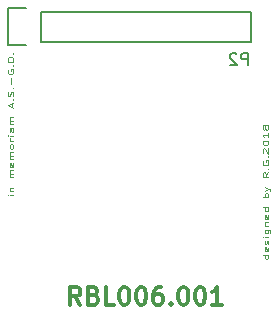
<source format=gbo>
%TF.GenerationSoftware,KiCad,Pcbnew,4.0.2+dfsg1-stable*%
%TF.CreationDate,2018-11-13T00:59:16+01:00*%
%TF.ProjectId,A500MPU-Adapter,413530304D50552D416461707465722E,rev?*%
%TF.FileFunction,Legend,Bot*%
%FSLAX46Y46*%
G04 Gerber Fmt 4.6, Leading zero omitted, Abs format (unit mm)*
G04 Created by KiCad (PCBNEW 4.0.2+dfsg1-stable) date Tue 13 Nov 2018 00:59:16 CET*
%MOMM*%
G01*
G04 APERTURE LIST*
%ADD10C,0.100000*%
%ADD11C,0.300000*%
%ADD12C,0.150000*%
G04 APERTURE END LIST*
D10*
X146276190Y-113314997D02*
X145942857Y-113314997D01*
X145776190Y-113314997D02*
X145800000Y-113348331D01*
X145823810Y-113314997D01*
X145800000Y-113281664D01*
X145776190Y-113314997D01*
X145823810Y-113314997D01*
X145942857Y-112981664D02*
X146276190Y-112981664D01*
X145990476Y-112981664D02*
X145966667Y-112948331D01*
X145942857Y-112881664D01*
X145942857Y-112781664D01*
X145966667Y-112714998D01*
X146014286Y-112681664D01*
X146276190Y-112681664D01*
X146276190Y-111814998D02*
X145942857Y-111814998D01*
X145990476Y-111814998D02*
X145966667Y-111781665D01*
X145942857Y-111714998D01*
X145942857Y-111614998D01*
X145966667Y-111548332D01*
X146014286Y-111514998D01*
X146276190Y-111514998D01*
X146014286Y-111514998D02*
X145966667Y-111481665D01*
X145942857Y-111414998D01*
X145942857Y-111314998D01*
X145966667Y-111248332D01*
X146014286Y-111214998D01*
X146276190Y-111214998D01*
X146252381Y-110614999D02*
X146276190Y-110681665D01*
X146276190Y-110814999D01*
X146252381Y-110881665D01*
X146204762Y-110914999D01*
X146014286Y-110914999D01*
X145966667Y-110881665D01*
X145942857Y-110814999D01*
X145942857Y-110681665D01*
X145966667Y-110614999D01*
X146014286Y-110581665D01*
X146061905Y-110581665D01*
X146109524Y-110914999D01*
X146276190Y-110281665D02*
X145942857Y-110281665D01*
X145990476Y-110281665D02*
X145966667Y-110248332D01*
X145942857Y-110181665D01*
X145942857Y-110081665D01*
X145966667Y-110014999D01*
X146014286Y-109981665D01*
X146276190Y-109981665D01*
X146014286Y-109981665D02*
X145966667Y-109948332D01*
X145942857Y-109881665D01*
X145942857Y-109781665D01*
X145966667Y-109714999D01*
X146014286Y-109681665D01*
X146276190Y-109681665D01*
X146276190Y-109248332D02*
X146252381Y-109314999D01*
X146228571Y-109348332D01*
X146180952Y-109381666D01*
X146038095Y-109381666D01*
X145990476Y-109348332D01*
X145966667Y-109314999D01*
X145942857Y-109248332D01*
X145942857Y-109148332D01*
X145966667Y-109081666D01*
X145990476Y-109048332D01*
X146038095Y-109014999D01*
X146180952Y-109014999D01*
X146228571Y-109048332D01*
X146252381Y-109081666D01*
X146276190Y-109148332D01*
X146276190Y-109248332D01*
X146276190Y-108714999D02*
X145942857Y-108714999D01*
X146038095Y-108714999D02*
X145990476Y-108681666D01*
X145966667Y-108648333D01*
X145942857Y-108581666D01*
X145942857Y-108514999D01*
X146276190Y-108281666D02*
X145942857Y-108281666D01*
X145776190Y-108281666D02*
X145800000Y-108315000D01*
X145823810Y-108281666D01*
X145800000Y-108248333D01*
X145776190Y-108281666D01*
X145823810Y-108281666D01*
X146276190Y-107648333D02*
X146014286Y-107648333D01*
X145966667Y-107681667D01*
X145942857Y-107748333D01*
X145942857Y-107881667D01*
X145966667Y-107948333D01*
X146252381Y-107648333D02*
X146276190Y-107715000D01*
X146276190Y-107881667D01*
X146252381Y-107948333D01*
X146204762Y-107981667D01*
X146157143Y-107981667D01*
X146109524Y-107948333D01*
X146085714Y-107881667D01*
X146085714Y-107715000D01*
X146061905Y-107648333D01*
X146276190Y-107315000D02*
X145942857Y-107315000D01*
X145990476Y-107315000D02*
X145966667Y-107281667D01*
X145942857Y-107215000D01*
X145942857Y-107115000D01*
X145966667Y-107048334D01*
X146014286Y-107015000D01*
X146276190Y-107015000D01*
X146014286Y-107015000D02*
X145966667Y-106981667D01*
X145942857Y-106915000D01*
X145942857Y-106815000D01*
X145966667Y-106748334D01*
X146014286Y-106715000D01*
X146276190Y-106715000D01*
X146133333Y-105881668D02*
X146133333Y-105548334D01*
X146276190Y-105948334D02*
X145776190Y-105715001D01*
X146276190Y-105481668D01*
X146228571Y-105248334D02*
X146252381Y-105215001D01*
X146276190Y-105248334D01*
X146252381Y-105281668D01*
X146228571Y-105248334D01*
X146276190Y-105248334D01*
X146252381Y-104948335D02*
X146276190Y-104848335D01*
X146276190Y-104681668D01*
X146252381Y-104615001D01*
X146228571Y-104581668D01*
X146180952Y-104548335D01*
X146133333Y-104548335D01*
X146085714Y-104581668D01*
X146061905Y-104615001D01*
X146038095Y-104681668D01*
X146014286Y-104815001D01*
X145990476Y-104881668D01*
X145966667Y-104915001D01*
X145919048Y-104948335D01*
X145871429Y-104948335D01*
X145823810Y-104915001D01*
X145800000Y-104881668D01*
X145776190Y-104815001D01*
X145776190Y-104648335D01*
X145800000Y-104548335D01*
X146228571Y-104248334D02*
X146252381Y-104215001D01*
X146276190Y-104248334D01*
X146252381Y-104281668D01*
X146228571Y-104248334D01*
X146276190Y-104248334D01*
X146085714Y-103915001D02*
X146085714Y-103381668D01*
X145800000Y-102681668D02*
X145776190Y-102748334D01*
X145776190Y-102848334D01*
X145800000Y-102948334D01*
X145847619Y-103015001D01*
X145895238Y-103048334D01*
X145990476Y-103081668D01*
X146061905Y-103081668D01*
X146157143Y-103048334D01*
X146204762Y-103015001D01*
X146252381Y-102948334D01*
X146276190Y-102848334D01*
X146276190Y-102781668D01*
X146252381Y-102681668D01*
X146228571Y-102648334D01*
X146061905Y-102648334D01*
X146061905Y-102781668D01*
X146228571Y-102348334D02*
X146252381Y-102315001D01*
X146276190Y-102348334D01*
X146252381Y-102381668D01*
X146228571Y-102348334D01*
X146276190Y-102348334D01*
X146276190Y-102015001D02*
X145776190Y-102015001D01*
X145776190Y-101848335D01*
X145800000Y-101748335D01*
X145847619Y-101681668D01*
X145895238Y-101648335D01*
X145990476Y-101615001D01*
X146061905Y-101615001D01*
X146157143Y-101648335D01*
X146204762Y-101681668D01*
X146252381Y-101748335D01*
X146276190Y-101848335D01*
X146276190Y-102015001D01*
X146228571Y-101315001D02*
X146252381Y-101281668D01*
X146276190Y-101315001D01*
X146252381Y-101348335D01*
X146228571Y-101315001D01*
X146276190Y-101315001D01*
X167866190Y-118363332D02*
X167366190Y-118363332D01*
X167842381Y-118363332D02*
X167866190Y-118429999D01*
X167866190Y-118563332D01*
X167842381Y-118629999D01*
X167818571Y-118663332D01*
X167770952Y-118696666D01*
X167628095Y-118696666D01*
X167580476Y-118663332D01*
X167556667Y-118629999D01*
X167532857Y-118563332D01*
X167532857Y-118429999D01*
X167556667Y-118363332D01*
X167842381Y-117763333D02*
X167866190Y-117829999D01*
X167866190Y-117963333D01*
X167842381Y-118029999D01*
X167794762Y-118063333D01*
X167604286Y-118063333D01*
X167556667Y-118029999D01*
X167532857Y-117963333D01*
X167532857Y-117829999D01*
X167556667Y-117763333D01*
X167604286Y-117729999D01*
X167651905Y-117729999D01*
X167699524Y-118063333D01*
X167842381Y-117463333D02*
X167866190Y-117396666D01*
X167866190Y-117263333D01*
X167842381Y-117196666D01*
X167794762Y-117163333D01*
X167770952Y-117163333D01*
X167723333Y-117196666D01*
X167699524Y-117263333D01*
X167699524Y-117363333D01*
X167675714Y-117429999D01*
X167628095Y-117463333D01*
X167604286Y-117463333D01*
X167556667Y-117429999D01*
X167532857Y-117363333D01*
X167532857Y-117263333D01*
X167556667Y-117196666D01*
X167866190Y-116863332D02*
X167532857Y-116863332D01*
X167366190Y-116863332D02*
X167390000Y-116896666D01*
X167413810Y-116863332D01*
X167390000Y-116829999D01*
X167366190Y-116863332D01*
X167413810Y-116863332D01*
X167532857Y-116229999D02*
X167937619Y-116229999D01*
X167985238Y-116263333D01*
X168009048Y-116296666D01*
X168032857Y-116363333D01*
X168032857Y-116463333D01*
X168009048Y-116529999D01*
X167842381Y-116229999D02*
X167866190Y-116296666D01*
X167866190Y-116429999D01*
X167842381Y-116496666D01*
X167818571Y-116529999D01*
X167770952Y-116563333D01*
X167628095Y-116563333D01*
X167580476Y-116529999D01*
X167556667Y-116496666D01*
X167532857Y-116429999D01*
X167532857Y-116296666D01*
X167556667Y-116229999D01*
X167532857Y-115896666D02*
X167866190Y-115896666D01*
X167580476Y-115896666D02*
X167556667Y-115863333D01*
X167532857Y-115796666D01*
X167532857Y-115696666D01*
X167556667Y-115630000D01*
X167604286Y-115596666D01*
X167866190Y-115596666D01*
X167842381Y-114996667D02*
X167866190Y-115063333D01*
X167866190Y-115196667D01*
X167842381Y-115263333D01*
X167794762Y-115296667D01*
X167604286Y-115296667D01*
X167556667Y-115263333D01*
X167532857Y-115196667D01*
X167532857Y-115063333D01*
X167556667Y-114996667D01*
X167604286Y-114963333D01*
X167651905Y-114963333D01*
X167699524Y-115296667D01*
X167866190Y-114363333D02*
X167366190Y-114363333D01*
X167842381Y-114363333D02*
X167866190Y-114430000D01*
X167866190Y-114563333D01*
X167842381Y-114630000D01*
X167818571Y-114663333D01*
X167770952Y-114696667D01*
X167628095Y-114696667D01*
X167580476Y-114663333D01*
X167556667Y-114630000D01*
X167532857Y-114563333D01*
X167532857Y-114430000D01*
X167556667Y-114363333D01*
X167866190Y-113496667D02*
X167366190Y-113496667D01*
X167556667Y-113496667D02*
X167532857Y-113430001D01*
X167532857Y-113296667D01*
X167556667Y-113230001D01*
X167580476Y-113196667D01*
X167628095Y-113163334D01*
X167770952Y-113163334D01*
X167818571Y-113196667D01*
X167842381Y-113230001D01*
X167866190Y-113296667D01*
X167866190Y-113430001D01*
X167842381Y-113496667D01*
X167532857Y-112930001D02*
X167866190Y-112763334D01*
X167532857Y-112596668D02*
X167866190Y-112763334D01*
X167985238Y-112830001D01*
X168009048Y-112863334D01*
X168032857Y-112930001D01*
X167866190Y-111396668D02*
X167628095Y-111630002D01*
X167866190Y-111796668D02*
X167366190Y-111796668D01*
X167366190Y-111530002D01*
X167390000Y-111463335D01*
X167413810Y-111430002D01*
X167461429Y-111396668D01*
X167532857Y-111396668D01*
X167580476Y-111430002D01*
X167604286Y-111463335D01*
X167628095Y-111530002D01*
X167628095Y-111796668D01*
X167818571Y-111096668D02*
X167842381Y-111063335D01*
X167866190Y-111096668D01*
X167842381Y-111130002D01*
X167818571Y-111096668D01*
X167866190Y-111096668D01*
X167390000Y-110396669D02*
X167366190Y-110463335D01*
X167366190Y-110563335D01*
X167390000Y-110663335D01*
X167437619Y-110730002D01*
X167485238Y-110763335D01*
X167580476Y-110796669D01*
X167651905Y-110796669D01*
X167747143Y-110763335D01*
X167794762Y-110730002D01*
X167842381Y-110663335D01*
X167866190Y-110563335D01*
X167866190Y-110496669D01*
X167842381Y-110396669D01*
X167818571Y-110363335D01*
X167651905Y-110363335D01*
X167651905Y-110496669D01*
X167818571Y-110063335D02*
X167842381Y-110030002D01*
X167866190Y-110063335D01*
X167842381Y-110096669D01*
X167818571Y-110063335D01*
X167866190Y-110063335D01*
X167413810Y-109763336D02*
X167390000Y-109730002D01*
X167366190Y-109663336D01*
X167366190Y-109496669D01*
X167390000Y-109430002D01*
X167413810Y-109396669D01*
X167461429Y-109363336D01*
X167509048Y-109363336D01*
X167580476Y-109396669D01*
X167866190Y-109796669D01*
X167866190Y-109363336D01*
X167366190Y-108930002D02*
X167366190Y-108863335D01*
X167390000Y-108796669D01*
X167413810Y-108763335D01*
X167461429Y-108730002D01*
X167556667Y-108696669D01*
X167675714Y-108696669D01*
X167770952Y-108730002D01*
X167818571Y-108763335D01*
X167842381Y-108796669D01*
X167866190Y-108863335D01*
X167866190Y-108930002D01*
X167842381Y-108996669D01*
X167818571Y-109030002D01*
X167770952Y-109063335D01*
X167675714Y-109096669D01*
X167556667Y-109096669D01*
X167461429Y-109063335D01*
X167413810Y-109030002D01*
X167390000Y-108996669D01*
X167366190Y-108930002D01*
X167866190Y-108030002D02*
X167866190Y-108430002D01*
X167866190Y-108230002D02*
X167366190Y-108230002D01*
X167437619Y-108296668D01*
X167485238Y-108363335D01*
X167509048Y-108430002D01*
X167580476Y-107630001D02*
X167556667Y-107696668D01*
X167532857Y-107730001D01*
X167485238Y-107763335D01*
X167461429Y-107763335D01*
X167413810Y-107730001D01*
X167390000Y-107696668D01*
X167366190Y-107630001D01*
X167366190Y-107496668D01*
X167390000Y-107430001D01*
X167413810Y-107396668D01*
X167461429Y-107363335D01*
X167485238Y-107363335D01*
X167532857Y-107396668D01*
X167556667Y-107430001D01*
X167580476Y-107496668D01*
X167580476Y-107630001D01*
X167604286Y-107696668D01*
X167628095Y-107730001D01*
X167675714Y-107763335D01*
X167770952Y-107763335D01*
X167818571Y-107730001D01*
X167842381Y-107696668D01*
X167866190Y-107630001D01*
X167866190Y-107496668D01*
X167842381Y-107430001D01*
X167818571Y-107396668D01*
X167770952Y-107363335D01*
X167675714Y-107363335D01*
X167628095Y-107396668D01*
X167604286Y-107430001D01*
X167580476Y-107496668D01*
D11*
X151944287Y-122598571D02*
X151444287Y-121884286D01*
X151087144Y-122598571D02*
X151087144Y-121098571D01*
X151658572Y-121098571D01*
X151801430Y-121170000D01*
X151872858Y-121241429D01*
X151944287Y-121384286D01*
X151944287Y-121598571D01*
X151872858Y-121741429D01*
X151801430Y-121812857D01*
X151658572Y-121884286D01*
X151087144Y-121884286D01*
X153087144Y-121812857D02*
X153301430Y-121884286D01*
X153372858Y-121955714D01*
X153444287Y-122098571D01*
X153444287Y-122312857D01*
X153372858Y-122455714D01*
X153301430Y-122527143D01*
X153158572Y-122598571D01*
X152587144Y-122598571D01*
X152587144Y-121098571D01*
X153087144Y-121098571D01*
X153230001Y-121170000D01*
X153301430Y-121241429D01*
X153372858Y-121384286D01*
X153372858Y-121527143D01*
X153301430Y-121670000D01*
X153230001Y-121741429D01*
X153087144Y-121812857D01*
X152587144Y-121812857D01*
X154801430Y-122598571D02*
X154087144Y-122598571D01*
X154087144Y-121098571D01*
X155587144Y-121098571D02*
X155730001Y-121098571D01*
X155872858Y-121170000D01*
X155944287Y-121241429D01*
X156015716Y-121384286D01*
X156087144Y-121670000D01*
X156087144Y-122027143D01*
X156015716Y-122312857D01*
X155944287Y-122455714D01*
X155872858Y-122527143D01*
X155730001Y-122598571D01*
X155587144Y-122598571D01*
X155444287Y-122527143D01*
X155372858Y-122455714D01*
X155301430Y-122312857D01*
X155230001Y-122027143D01*
X155230001Y-121670000D01*
X155301430Y-121384286D01*
X155372858Y-121241429D01*
X155444287Y-121170000D01*
X155587144Y-121098571D01*
X157015715Y-121098571D02*
X157158572Y-121098571D01*
X157301429Y-121170000D01*
X157372858Y-121241429D01*
X157444287Y-121384286D01*
X157515715Y-121670000D01*
X157515715Y-122027143D01*
X157444287Y-122312857D01*
X157372858Y-122455714D01*
X157301429Y-122527143D01*
X157158572Y-122598571D01*
X157015715Y-122598571D01*
X156872858Y-122527143D01*
X156801429Y-122455714D01*
X156730001Y-122312857D01*
X156658572Y-122027143D01*
X156658572Y-121670000D01*
X156730001Y-121384286D01*
X156801429Y-121241429D01*
X156872858Y-121170000D01*
X157015715Y-121098571D01*
X158801429Y-121098571D02*
X158515715Y-121098571D01*
X158372858Y-121170000D01*
X158301429Y-121241429D01*
X158158572Y-121455714D01*
X158087143Y-121741429D01*
X158087143Y-122312857D01*
X158158572Y-122455714D01*
X158230000Y-122527143D01*
X158372858Y-122598571D01*
X158658572Y-122598571D01*
X158801429Y-122527143D01*
X158872858Y-122455714D01*
X158944286Y-122312857D01*
X158944286Y-121955714D01*
X158872858Y-121812857D01*
X158801429Y-121741429D01*
X158658572Y-121670000D01*
X158372858Y-121670000D01*
X158230000Y-121741429D01*
X158158572Y-121812857D01*
X158087143Y-121955714D01*
X159587143Y-122455714D02*
X159658571Y-122527143D01*
X159587143Y-122598571D01*
X159515714Y-122527143D01*
X159587143Y-122455714D01*
X159587143Y-122598571D01*
X160587143Y-121098571D02*
X160730000Y-121098571D01*
X160872857Y-121170000D01*
X160944286Y-121241429D01*
X161015715Y-121384286D01*
X161087143Y-121670000D01*
X161087143Y-122027143D01*
X161015715Y-122312857D01*
X160944286Y-122455714D01*
X160872857Y-122527143D01*
X160730000Y-122598571D01*
X160587143Y-122598571D01*
X160444286Y-122527143D01*
X160372857Y-122455714D01*
X160301429Y-122312857D01*
X160230000Y-122027143D01*
X160230000Y-121670000D01*
X160301429Y-121384286D01*
X160372857Y-121241429D01*
X160444286Y-121170000D01*
X160587143Y-121098571D01*
X162015714Y-121098571D02*
X162158571Y-121098571D01*
X162301428Y-121170000D01*
X162372857Y-121241429D01*
X162444286Y-121384286D01*
X162515714Y-121670000D01*
X162515714Y-122027143D01*
X162444286Y-122312857D01*
X162372857Y-122455714D01*
X162301428Y-122527143D01*
X162158571Y-122598571D01*
X162015714Y-122598571D01*
X161872857Y-122527143D01*
X161801428Y-122455714D01*
X161730000Y-122312857D01*
X161658571Y-122027143D01*
X161658571Y-121670000D01*
X161730000Y-121384286D01*
X161801428Y-121241429D01*
X161872857Y-121170000D01*
X162015714Y-121098571D01*
X163944285Y-122598571D02*
X163087142Y-122598571D01*
X163515714Y-122598571D02*
X163515714Y-121098571D01*
X163372857Y-121312857D01*
X163229999Y-121455714D01*
X163087142Y-121527143D01*
D12*
X148590000Y-97790000D02*
X166370000Y-97790000D01*
X166370000Y-97790000D02*
X166370000Y-100330000D01*
X166370000Y-100330000D02*
X148590000Y-100330000D01*
X145770000Y-97510000D02*
X147320000Y-97510000D01*
X148590000Y-97790000D02*
X148590000Y-100330000D01*
X147320000Y-100610000D02*
X145770000Y-100610000D01*
X145770000Y-100610000D02*
X145770000Y-97510000D01*
X166092095Y-102306381D02*
X166092095Y-101306381D01*
X165711142Y-101306381D01*
X165615904Y-101354000D01*
X165568285Y-101401619D01*
X165520666Y-101496857D01*
X165520666Y-101639714D01*
X165568285Y-101734952D01*
X165615904Y-101782571D01*
X165711142Y-101830190D01*
X166092095Y-101830190D01*
X165139714Y-101401619D02*
X165092095Y-101354000D01*
X164996857Y-101306381D01*
X164758761Y-101306381D01*
X164663523Y-101354000D01*
X164615904Y-101401619D01*
X164568285Y-101496857D01*
X164568285Y-101592095D01*
X164615904Y-101734952D01*
X165187333Y-102306381D01*
X164568285Y-102306381D01*
M02*

</source>
